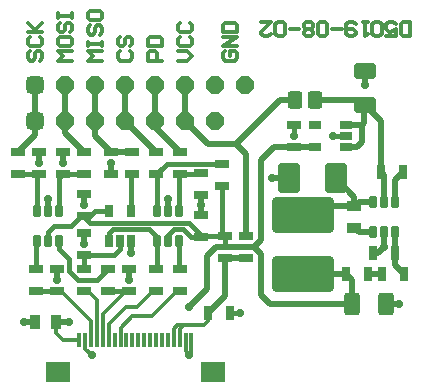
<source format=gtl>
G04*
G04 #@! TF.GenerationSoftware,Altium Limited,Altium Designer,22.3.1 (43)*
G04*
G04 Layer_Physical_Order=1*
G04 Layer_Color=255*
%FSLAX25Y25*%
%MOIN*%
G70*
G04*
G04 #@! TF.SameCoordinates,86CE2B45-03AC-4702-9D3B-54DB2B16A980*
G04*
G04*
G04 #@! TF.FilePolarity,Positive*
G04*
G01*
G75*
%ADD10C,0.01181*%
G04:AMPARAMS|DCode=28|XSize=118.11mil|YSize=204.72mil|CornerRadius=11.81mil|HoleSize=0mil|Usage=FLASHONLY|Rotation=90.000|XOffset=0mil|YOffset=0mil|HoleType=Round|Shape=RoundedRectangle|*
%AMROUNDEDRECTD28*
21,1,0.11811,0.18110,0,0,90.0*
21,1,0.09449,0.20472,0,0,90.0*
1,1,0.02362,0.09055,0.04724*
1,1,0.02362,0.09055,-0.04724*
1,1,0.02362,-0.09055,-0.04724*
1,1,0.02362,-0.09055,0.04724*
%
%ADD28ROUNDEDRECTD28*%
G04:AMPARAMS|DCode=29|XSize=72.84mil|YSize=51.18mil|CornerRadius=7.68mil|HoleSize=0mil|Usage=FLASHONLY|Rotation=0.000|XOffset=0mil|YOffset=0mil|HoleType=Round|Shape=RoundedRectangle|*
%AMROUNDEDRECTD29*
21,1,0.07284,0.03583,0,0,0.0*
21,1,0.05748,0.05118,0,0,0.0*
1,1,0.01535,0.02874,-0.01791*
1,1,0.01535,-0.02874,-0.01791*
1,1,0.01535,-0.02874,0.01791*
1,1,0.01535,0.02874,0.01791*
%
%ADD29ROUNDEDRECTD29*%
G04:AMPARAMS|DCode=30|XSize=74.8mil|YSize=98.43mil|CornerRadius=11.22mil|HoleSize=0mil|Usage=FLASHONLY|Rotation=180.000|XOffset=0mil|YOffset=0mil|HoleType=Round|Shape=RoundedRectangle|*
%AMROUNDEDRECTD30*
21,1,0.07480,0.07598,0,0,180.0*
21,1,0.05236,0.09843,0,0,180.0*
1,1,0.02244,-0.02618,0.03799*
1,1,0.02244,0.02618,0.03799*
1,1,0.02244,0.02618,-0.03799*
1,1,0.02244,-0.02618,-0.03799*
%
%ADD30ROUNDEDRECTD30*%
G04:AMPARAMS|DCode=31|XSize=49.21mil|YSize=27.56mil|CornerRadius=2.76mil|HoleSize=0mil|Usage=FLASHONLY|Rotation=0.000|XOffset=0mil|YOffset=0mil|HoleType=Round|Shape=RoundedRectangle|*
%AMROUNDEDRECTD31*
21,1,0.04921,0.02205,0,0,0.0*
21,1,0.04370,0.02756,0,0,0.0*
1,1,0.00551,0.02185,-0.01102*
1,1,0.00551,-0.02185,-0.01102*
1,1,0.00551,-0.02185,0.01102*
1,1,0.00551,0.02185,0.01102*
%
%ADD31ROUNDEDRECTD31*%
G04:AMPARAMS|DCode=32|XSize=23.62mil|YSize=43.31mil|CornerRadius=5.91mil|HoleSize=0mil|Usage=FLASHONLY|Rotation=0.000|XOffset=0mil|YOffset=0mil|HoleType=Round|Shape=RoundedRectangle|*
%AMROUNDEDRECTD32*
21,1,0.02362,0.03150,0,0,0.0*
21,1,0.01181,0.04331,0,0,0.0*
1,1,0.01181,0.00591,-0.01575*
1,1,0.01181,-0.00591,-0.01575*
1,1,0.01181,-0.00591,0.01575*
1,1,0.01181,0.00591,0.01575*
%
%ADD32ROUNDEDRECTD32*%
G04:AMPARAMS|DCode=33|XSize=49.21mil|YSize=31.5mil|CornerRadius=3.15mil|HoleSize=0mil|Usage=FLASHONLY|Rotation=90.000|XOffset=0mil|YOffset=0mil|HoleType=Round|Shape=RoundedRectangle|*
%AMROUNDEDRECTD33*
21,1,0.04921,0.02520,0,0,90.0*
21,1,0.04291,0.03150,0,0,90.0*
1,1,0.00630,0.01260,0.02146*
1,1,0.00630,0.01260,-0.02146*
1,1,0.00630,-0.01260,-0.02146*
1,1,0.00630,-0.01260,0.02146*
%
%ADD33ROUNDEDRECTD33*%
G04:AMPARAMS|DCode=34|XSize=49.21mil|YSize=31.5mil|CornerRadius=3.15mil|HoleSize=0mil|Usage=FLASHONLY|Rotation=180.000|XOffset=0mil|YOffset=0mil|HoleType=Round|Shape=RoundedRectangle|*
%AMROUNDEDRECTD34*
21,1,0.04921,0.02520,0,0,180.0*
21,1,0.04291,0.03150,0,0,180.0*
1,1,0.00630,-0.02146,0.01260*
1,1,0.00630,0.02146,0.01260*
1,1,0.00630,0.02146,-0.01260*
1,1,0.00630,-0.02146,-0.01260*
%
%ADD34ROUNDEDRECTD34*%
G04:AMPARAMS|DCode=35|XSize=72.84mil|YSize=51.18mil|CornerRadius=7.68mil|HoleSize=0mil|Usage=FLASHONLY|Rotation=270.000|XOffset=0mil|YOffset=0mil|HoleType=Round|Shape=RoundedRectangle|*
%AMROUNDEDRECTD35*
21,1,0.07284,0.03583,0,0,270.0*
21,1,0.05748,0.05118,0,0,270.0*
1,1,0.01535,-0.01791,-0.02874*
1,1,0.01535,-0.01791,0.02874*
1,1,0.01535,0.01791,0.02874*
1,1,0.01535,0.01791,-0.02874*
%
%ADD35ROUNDEDRECTD35*%
G04:AMPARAMS|DCode=36|XSize=49.21mil|YSize=27.56mil|CornerRadius=2.76mil|HoleSize=0mil|Usage=FLASHONLY|Rotation=270.000|XOffset=0mil|YOffset=0mil|HoleType=Round|Shape=RoundedRectangle|*
%AMROUNDEDRECTD36*
21,1,0.04921,0.02205,0,0,270.0*
21,1,0.04370,0.02756,0,0,270.0*
1,1,0.00551,-0.01102,-0.02185*
1,1,0.00551,-0.01102,0.02185*
1,1,0.00551,0.01102,0.02185*
1,1,0.00551,0.01102,-0.02185*
%
%ADD36ROUNDEDRECTD36*%
G04:AMPARAMS|DCode=37|XSize=23.62mil|YSize=43.31mil|CornerRadius=2.36mil|HoleSize=0mil|Usage=FLASHONLY|Rotation=180.000|XOffset=0mil|YOffset=0mil|HoleType=Round|Shape=RoundedRectangle|*
%AMROUNDEDRECTD37*
21,1,0.02362,0.03858,0,0,180.0*
21,1,0.01890,0.04331,0,0,180.0*
1,1,0.00472,-0.00945,0.01929*
1,1,0.00472,0.00945,0.01929*
1,1,0.00472,0.00945,-0.01929*
1,1,0.00472,-0.00945,-0.01929*
%
%ADD37ROUNDEDRECTD37*%
G04:AMPARAMS|DCode=38|XSize=57.09mil|YSize=49.21mil|CornerRadius=9.84mil|HoleSize=0mil|Usage=FLASHONLY|Rotation=90.000|XOffset=0mil|YOffset=0mil|HoleType=Round|Shape=RoundedRectangle|*
%AMROUNDEDRECTD38*
21,1,0.05709,0.02953,0,0,90.0*
21,1,0.03740,0.04921,0,0,90.0*
1,1,0.01968,0.01476,0.01870*
1,1,0.01968,0.01476,-0.01870*
1,1,0.01968,-0.01476,-0.01870*
1,1,0.01968,-0.01476,0.01870*
%
%ADD38ROUNDEDRECTD38*%
G04:AMPARAMS|DCode=39|XSize=23.62mil|YSize=43.31mil|CornerRadius=2.36mil|HoleSize=0mil|Usage=FLASHONLY|Rotation=270.000|XOffset=0mil|YOffset=0mil|HoleType=Round|Shape=RoundedRectangle|*
%AMROUNDEDRECTD39*
21,1,0.02362,0.03858,0,0,270.0*
21,1,0.01890,0.04331,0,0,270.0*
1,1,0.00472,-0.01929,-0.00945*
1,1,0.00472,-0.01929,0.00945*
1,1,0.00472,0.01929,0.00945*
1,1,0.00472,0.01929,-0.00945*
%
%ADD39ROUNDEDRECTD39*%
%ADD40R,0.01181X0.05118*%
%ADD41R,0.07874X0.07087*%
%ADD42C,0.01968*%
%ADD43C,0.01575*%
%ADD44C,0.01200*%
%ADD45P,0.06392X8X22.5*%
G04:AMPARAMS|DCode=46|XSize=59.06mil|YSize=59.06mil|CornerRadius=14.76mil|HoleSize=0mil|Usage=FLASHONLY|Rotation=0.000|XOffset=0mil|YOffset=0mil|HoleType=Round|Shape=RoundedRectangle|*
%AMROUNDEDRECTD46*
21,1,0.05906,0.02953,0,0,0.0*
21,1,0.02953,0.05906,0,0,0.0*
1,1,0.02953,0.01476,-0.01476*
1,1,0.02953,-0.01476,-0.01476*
1,1,0.02953,-0.01476,0.01476*
1,1,0.02953,0.01476,0.01476*
%
%ADD46ROUNDEDRECTD46*%
%ADD47C,0.02756*%
D10*
X45260Y41260D02*
X46378D01*
X37614Y33614D02*
X45260Y41260D01*
X37614Y25189D02*
Y33614D01*
X33677Y25189D02*
Y31323D01*
X22378Y41260D02*
X23740D01*
X33677Y31323D01*
X35646Y25189D02*
Y38354D01*
X32740Y41260D02*
X35646Y38354D01*
X31378Y41260D02*
X32740D01*
X62260D02*
X63378D01*
X47378Y33000D02*
X54000D01*
X62260Y41260D01*
X54260D02*
X55378D01*
X45378Y36000D02*
X49000D01*
X54260Y41260D01*
X21921Y27457D02*
Y31000D01*
Y27457D02*
X24189Y25189D01*
X29740D01*
X39378Y41260D02*
X39378Y41260D01*
X39583Y30205D02*
X45378Y36000D01*
X43520Y29142D02*
X47378Y33000D01*
X43520Y25189D02*
Y29142D01*
X39583Y25189D02*
Y30205D01*
X62378Y30000D02*
X64378D01*
X61236Y28858D02*
X62378Y30000D01*
X72638Y31260D02*
Y34000D01*
X71378Y30000D02*
X72638Y31260D01*
X64378Y30000D02*
X71378D01*
X63205Y28827D02*
X64378Y30000D01*
X63205Y25189D02*
Y28827D01*
X61236Y25189D02*
Y28858D01*
X66378Y20000D02*
X67142Y20764D01*
Y25189D01*
X65173Y21205D02*
X66378Y20000D01*
X65173Y21205D02*
Y25189D01*
X31709Y22169D02*
X33878Y20000D01*
X31709Y22169D02*
Y25189D01*
X78426Y121330D02*
X77639Y120543D01*
Y118968D01*
X78426Y118181D01*
X81574D01*
X82361Y118968D01*
Y120543D01*
X81574Y121330D01*
X80000D01*
Y119755D01*
X82361Y122904D02*
X77639D01*
X82361Y126053D01*
X77639D01*
Y127627D02*
X82361D01*
Y129988D01*
X81574Y130775D01*
X78426D01*
X77639Y129988D01*
Y127627D01*
X62639Y118181D02*
X65787D01*
X67361Y119755D01*
X65787Y121330D01*
X62639D01*
X63426Y126053D02*
X62639Y125265D01*
Y123691D01*
X63426Y122904D01*
X66574D01*
X67361Y123691D01*
Y125265D01*
X66574Y126053D01*
X63426Y130775D02*
X62639Y129988D01*
Y128414D01*
X63426Y127627D01*
X66574D01*
X67361Y128414D01*
Y129988D01*
X66574Y130775D01*
X57361Y118181D02*
X52639D01*
Y120543D01*
X53426Y121330D01*
X55000D01*
X55787Y120543D01*
Y118181D01*
X52639Y122904D02*
X57361D01*
Y125265D01*
X56574Y126053D01*
X53426D01*
X52639Y125265D01*
Y122904D01*
X43426Y121330D02*
X42639Y120543D01*
Y118968D01*
X43426Y118181D01*
X46574D01*
X47361Y118968D01*
Y120543D01*
X46574Y121330D01*
X43426Y126053D02*
X42639Y125265D01*
Y123691D01*
X43426Y122904D01*
X44213D01*
X45000Y123691D01*
Y125265D01*
X45787Y126053D01*
X46574D01*
X47361Y125265D01*
Y123691D01*
X46574Y122904D01*
X37361Y118181D02*
X32639D01*
X34213Y119755D01*
X32639Y121330D01*
X37361D01*
X32639Y122904D02*
Y124478D01*
Y123691D01*
X37361D01*
Y122904D01*
Y124478D01*
X33426Y129988D02*
X32639Y129201D01*
Y127627D01*
X33426Y126840D01*
X34213D01*
X35000Y127627D01*
Y129201D01*
X35787Y129988D01*
X36574D01*
X37361Y129201D01*
Y127627D01*
X36574Y126840D01*
X32639Y133924D02*
Y132350D01*
X33426Y131563D01*
X36574D01*
X37361Y132350D01*
Y133924D01*
X36574Y134711D01*
X33426D01*
X32639Y133924D01*
X27361Y118181D02*
X22639D01*
X24213Y119755D01*
X22639Y121330D01*
X27361D01*
X22639Y125265D02*
Y123691D01*
X23426Y122904D01*
X26574D01*
X27361Y123691D01*
Y125265D01*
X26574Y126053D01*
X23426D01*
X22639Y125265D01*
X23426Y130775D02*
X22639Y129988D01*
Y128414D01*
X23426Y127627D01*
X24213D01*
X25000Y128414D01*
Y129988D01*
X25787Y130775D01*
X26574D01*
X27361Y129988D01*
Y128414D01*
X26574Y127627D01*
X22639Y132350D02*
Y133924D01*
Y133137D01*
X27361D01*
Y132350D01*
Y133924D01*
X13426Y121330D02*
X12639Y120543D01*
Y118968D01*
X13426Y118181D01*
X14213D01*
X15000Y118968D01*
Y120543D01*
X15787Y121330D01*
X16574D01*
X17361Y120543D01*
Y118968D01*
X16574Y118181D01*
X13426Y126053D02*
X12639Y125265D01*
Y123691D01*
X13426Y122904D01*
X16574D01*
X17361Y123691D01*
Y125265D01*
X16574Y126053D01*
X12639Y127627D02*
X17361D01*
X15787D01*
X12639Y130775D01*
X15000Y128414D01*
X17361Y130775D01*
D28*
X104378Y66843D02*
D03*
Y47157D02*
D03*
D29*
X125000Y103291D02*
D03*
Y114709D02*
D03*
D30*
X115252Y78969D02*
D03*
X99504D02*
D03*
D31*
X16378Y80260D02*
D03*
X9378Y80260D02*
D03*
X15378Y48740D02*
D03*
X63378Y80260D02*
D03*
X70378Y80740D02*
D03*
X46378Y48740D02*
D03*
Y41260D02*
D03*
X22378Y48740D02*
D03*
Y41260D02*
D03*
X16378Y87740D02*
D03*
X24378D02*
D03*
Y80260D02*
D03*
X70378Y66740D02*
D03*
Y59260D02*
D03*
X31378Y60740D02*
D03*
Y53260D02*
D03*
X40378Y80260D02*
D03*
Y87740D02*
D03*
X101378Y89260D02*
D03*
Y96740D02*
D03*
X9378Y87740D02*
D03*
X15378Y41260D02*
D03*
X77378Y76260D02*
D03*
Y83740D02*
D03*
X55378Y80260D02*
D03*
Y87740D02*
D03*
Y41260D02*
D03*
Y48740D02*
D03*
X63378Y87740D02*
D03*
Y41260D02*
D03*
Y48740D02*
D03*
X70378Y73260D02*
D03*
X31378Y41260D02*
D03*
Y48740D02*
D03*
X47378Y80260D02*
D03*
Y87740D02*
D03*
X78378Y59740D02*
D03*
Y52260D02*
D03*
X85378Y59740D02*
D03*
Y52260D02*
D03*
X31378Y80260D02*
D03*
X39378Y48740D02*
D03*
Y41260D02*
D03*
X31378Y87740D02*
D03*
Y66260D02*
D03*
Y73740D02*
D03*
D32*
X15638Y68118D02*
D03*
Y57882D02*
D03*
X23118Y68118D02*
D03*
X55638Y57882D02*
D03*
X127638Y60882D02*
D03*
Y71118D02*
D03*
X131378D02*
D03*
X135118D02*
D03*
Y60882D02*
D03*
X63118Y68118D02*
D03*
Y57882D02*
D03*
X23118D02*
D03*
X19378D02*
D03*
Y68118D02*
D03*
X131378Y60882D02*
D03*
X59378Y57882D02*
D03*
X55638Y68118D02*
D03*
X59378D02*
D03*
D33*
X21921Y31000D02*
D03*
X14835D02*
D03*
D34*
X121378Y69543D02*
D03*
Y62457D02*
D03*
D35*
X132087Y37000D02*
D03*
X120669D02*
D03*
D36*
X72638Y34000D02*
D03*
X80118D02*
D03*
X137740Y81000D02*
D03*
X130260D02*
D03*
X118638Y47000D02*
D03*
X126118D02*
D03*
X130638D02*
D03*
X138118D02*
D03*
X135118Y54000D02*
D03*
X127638D02*
D03*
D37*
X43378Y57882D02*
D03*
X39638Y68118D02*
D03*
X47118D02*
D03*
Y57882D02*
D03*
X39638D02*
D03*
D38*
X108445Y105000D02*
D03*
X101555D02*
D03*
D39*
X118496Y96740D02*
D03*
Y89260D02*
D03*
X108260D02*
D03*
Y96740D02*
D03*
X118496Y93000D02*
D03*
D40*
X63205Y25189D02*
D03*
X61236D02*
D03*
X59268D02*
D03*
X57299D02*
D03*
X55331D02*
D03*
X53362D02*
D03*
X51394D02*
D03*
X49425D02*
D03*
X47457D02*
D03*
X41551D02*
D03*
X39583D02*
D03*
X37614D02*
D03*
X35646D02*
D03*
X33677D02*
D03*
X31709D02*
D03*
X29740D02*
D03*
X43520D02*
D03*
X45488D02*
D03*
X65173D02*
D03*
X67142D02*
D03*
D41*
X22654Y14362D02*
D03*
X74228D02*
D03*
D42*
X65000Y98000D02*
X72589Y90411D01*
X81967D01*
X85378Y87000D01*
Y59740D02*
Y87000D01*
X94000Y79000D02*
X99472D01*
X31378Y70000D02*
Y73740D01*
X47000Y54000D02*
X47118Y54118D01*
Y57882D01*
X123291Y105000D02*
X125000Y103291D01*
X108445Y105000D02*
X123291D01*
X96555D02*
X99555D01*
X81967Y90411D02*
X96555Y105000D01*
X125000Y110000D02*
Y114709D01*
Y103291D02*
X130260Y98032D01*
X124709Y97520D02*
Y103000D01*
X123929Y96740D02*
X124709Y97520D01*
X123929Y96740D02*
X124000Y96669D01*
Y91000D02*
Y96669D01*
X122260Y89260D02*
X124000Y91000D01*
X88000Y56000D02*
X90378Y58378D01*
Y85000D01*
Y40000D02*
Y53622D01*
X88000Y56000D02*
X90378Y53622D01*
X94638Y89260D02*
X101378D01*
X124709Y103000D02*
X125000Y103291D01*
X130260Y81000D02*
Y98032D01*
Y81000D02*
X131378Y79882D01*
Y71118D02*
Y79882D01*
X135118Y78378D02*
X137740Y81000D01*
X135118Y50000D02*
Y54000D01*
Y50000D02*
X138118Y47000D01*
X120669Y37000D02*
Y44969D01*
X118638Y47000D02*
X120669Y44969D01*
X118480Y47157D02*
X118638Y47000D01*
X104378Y47157D02*
X118480D01*
X65000Y98000D02*
Y110000D01*
X55000Y96118D02*
Y98000D01*
Y96118D02*
X63378Y87740D01*
X55000Y98000D02*
Y110000D01*
X45000Y98000D02*
X45118D01*
X55378Y87740D01*
X45000Y98000D02*
Y110000D01*
X35000Y93118D02*
Y98000D01*
Y93118D02*
X40378Y87740D01*
X35000Y98000D02*
Y110000D01*
X25000Y94118D02*
Y98000D01*
Y94118D02*
X31378Y87740D01*
X25000Y98000D02*
Y110000D01*
X15000Y93362D02*
Y98000D01*
X9378Y87740D02*
X15000Y93362D01*
Y98000D02*
Y110000D01*
X70378Y66740D02*
Y70000D01*
Y73260D01*
X47118Y57882D02*
X47236Y58000D01*
X19378Y68118D02*
Y72000D01*
X11378Y31000D02*
X14835D01*
X21921D02*
X26378D01*
X40378Y80260D02*
Y84000D01*
X24378D02*
Y87740D01*
X16378Y84000D02*
Y87740D01*
X22378Y45000D02*
Y48740D01*
X46378Y45000D02*
Y48740D01*
X31378Y57000D02*
Y60740D01*
X59378Y68118D02*
Y72000D01*
X90378Y85000D02*
X94638Y89260D01*
X90378Y40000D02*
X93378Y37000D01*
X120669D01*
X99472Y79000D02*
X99504Y78969D01*
X121378Y69543D02*
Y72843D01*
X115252Y78969D02*
X121378Y72843D01*
X40378Y87740D02*
X47378D01*
X118496Y96740D02*
X123929D01*
X118496Y89260D02*
X122260D01*
X122953Y60882D02*
X127638D01*
X121378Y62457D02*
X122953Y60882D01*
X104378Y66843D02*
X107079Y69543D01*
X121378D01*
X122953Y71118D02*
X127638D01*
X121378Y69543D02*
X122953Y71118D01*
X78378Y52260D02*
X85378D01*
X78378Y39740D02*
Y52260D01*
X72638Y34000D02*
X78378Y39740D01*
X135118Y71118D02*
Y78378D01*
X126118Y47000D02*
X130638D01*
X135118Y54000D02*
Y60882D01*
X78378Y56000D02*
X88000D01*
X101378Y89260D02*
X108260D01*
X66378Y36000D02*
X72378Y42000D01*
X75378Y56000D02*
X78378D01*
X72378Y53000D02*
X75378Y56000D01*
X72378Y42000D02*
Y53000D01*
X129378Y54000D02*
X131378Y56000D01*
X127638Y54000D02*
X129378D01*
X131378Y56000D02*
Y60882D01*
X132087Y37000D02*
X136378D01*
X104378Y47157D02*
X104535Y47000D01*
D43*
X33260Y66260D02*
X35118Y68118D01*
X39638D01*
X31819Y65819D02*
X33463Y64175D01*
X31378Y66260D02*
X33260D01*
X30260D02*
X31378D01*
X27000Y63000D02*
X30260Y66260D01*
X21378Y63000D02*
X27000D01*
X19378Y61000D02*
X21378Y63000D01*
X53000Y62000D02*
X55638Y59362D01*
X41000Y62000D02*
X53000D01*
X55638Y57882D02*
Y59362D01*
X39638Y60638D02*
X41000Y62000D01*
X39638Y57882D02*
Y60638D01*
X41260Y53260D02*
X43378Y55378D01*
Y57882D01*
X31378Y53260D02*
X41260D01*
X77378Y59740D02*
Y76260D01*
X69898Y80260D02*
X70378Y80740D01*
X63378Y80260D02*
X69898D01*
X101378Y93000D02*
Y96740D01*
X24378Y80260D02*
X24378Y80260D01*
X31378D01*
X23118Y79000D02*
X24378Y80260D01*
X23118Y68118D02*
Y79000D01*
X16378Y80260D02*
X16378Y80260D01*
X9378Y80260D02*
X16378D01*
X15638Y79520D02*
X16378Y80260D01*
X15638Y68118D02*
Y79520D01*
X47118Y80000D02*
X47378Y80260D01*
X47118Y68118D02*
Y80000D01*
X63118Y80000D02*
X63378Y80260D01*
X63118Y68118D02*
Y80000D01*
X55378Y80260D02*
X55638Y80000D01*
Y68118D02*
Y80000D01*
X58858Y83740D02*
X77378D01*
X55378Y80260D02*
X58858Y83740D01*
X78378Y56000D02*
Y59740D01*
X77378D02*
X78378D01*
X70858D02*
X77378D01*
X70378Y59260D02*
X70858Y59740D01*
X19378Y57882D02*
Y61000D01*
X70378Y59260D02*
Y60000D01*
X66203Y64175D02*
X70378Y60000D01*
X33463Y64175D02*
X66203D01*
X67118Y59260D02*
X70378D01*
X64378Y62000D02*
X67118Y59260D01*
X61378Y62000D02*
X64378D01*
X59378Y60000D02*
X61378Y62000D01*
X59378Y57882D02*
Y60000D01*
X39378Y41260D02*
X46378D01*
X15378Y41260D02*
X15378Y41260D01*
X22378D01*
X35638Y45000D02*
X39378Y48740D01*
X29378Y45000D02*
X35638D01*
X26378Y48000D02*
X29378Y45000D01*
X31378Y48740D02*
Y53260D01*
X23118Y55260D02*
X26378Y52000D01*
Y48000D02*
Y52000D01*
X63118Y49000D02*
X63378Y48740D01*
X63118Y49000D02*
Y55882D01*
X55378Y48740D02*
X55638Y49000D01*
Y55882D01*
X23118Y55260D02*
Y57882D01*
X15378Y57622D02*
X15638Y57882D01*
X15378Y48740D02*
Y57622D01*
X114378Y93000D02*
X118496D01*
X80118Y34000D02*
X83378D01*
D44*
X140000Y126277D02*
Y131000D01*
X137639D01*
X136851Y130213D01*
Y127064D01*
X137639Y126277D01*
X140000D01*
X132129D02*
X135277D01*
Y128639D01*
X133703Y127851D01*
X132916D01*
X132129Y128639D01*
Y130213D01*
X132916Y131000D01*
X134490D01*
X135277Y130213D01*
X130554Y127064D02*
X129767Y126277D01*
X128193D01*
X127406Y127064D01*
Y130213D01*
X128193Y131000D01*
X129767D01*
X130554Y130213D01*
Y127064D01*
X125831Y131000D02*
X124257D01*
X125044D01*
Y126277D01*
X125831Y127064D01*
X121896Y130213D02*
X121108Y131000D01*
X119534D01*
X118747Y130213D01*
Y127064D01*
X119534Y126277D01*
X121108D01*
X121896Y127064D01*
Y127851D01*
X121108Y128639D01*
X118747D01*
X117173D02*
X114024D01*
X112450Y127064D02*
X111663Y126277D01*
X110088D01*
X109301Y127064D01*
Y130213D01*
X110088Y131000D01*
X111663D01*
X112450Y130213D01*
Y127064D01*
X107727D02*
X106940Y126277D01*
X105366D01*
X104578Y127064D01*
Y127851D01*
X105366Y128639D01*
X104578Y129426D01*
Y130213D01*
X105366Y131000D01*
X106940D01*
X107727Y130213D01*
Y129426D01*
X106940Y128639D01*
X107727Y127851D01*
Y127064D01*
X106940Y128639D02*
X105366D01*
X103004D02*
X99856D01*
X98281Y127064D02*
X97494Y126277D01*
X95920D01*
X95133Y127064D01*
Y130213D01*
X95920Y131000D01*
X97494D01*
X98281Y130213D01*
Y127064D01*
X90410Y131000D02*
X93558D01*
X90410Y127851D01*
Y127064D01*
X91197Y126277D01*
X92771D01*
X93558Y127064D01*
D45*
X65000Y110000D02*
D03*
X25000D02*
D03*
X35000D02*
D03*
X45000D02*
D03*
X55000D02*
D03*
X75000D02*
D03*
X85000D02*
D03*
X75000Y98000D02*
D03*
X55000D02*
D03*
X45000D02*
D03*
X35000D02*
D03*
X25000D02*
D03*
X65000D02*
D03*
D46*
X15000Y110000D02*
D03*
Y98000D02*
D03*
D47*
X94000Y79000D02*
D03*
X31378Y70000D02*
D03*
X26378Y31000D02*
D03*
X70378Y70000D02*
D03*
X19378Y72000D02*
D03*
X101378Y93000D02*
D03*
X125000Y110000D02*
D03*
X114378Y93000D02*
D03*
X66378Y36000D02*
D03*
X83378Y34000D02*
D03*
X31378Y57000D02*
D03*
X59378Y72000D02*
D03*
X40378Y84000D02*
D03*
X11378Y31000D02*
D03*
X22378Y45000D02*
D03*
X16378Y84000D02*
D03*
X24378D02*
D03*
X136378Y37000D02*
D03*
X47000Y54000D02*
D03*
X131378Y56000D02*
D03*
X46378Y45000D02*
D03*
X33878Y20000D02*
D03*
X66378D02*
D03*
M02*

</source>
